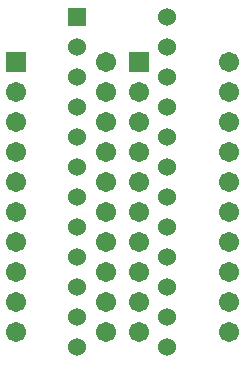
<source format=gbs>
G04*
G04 #@! TF.GenerationSoftware,Altium Limited,Altium Designer,20.2.6 (244)*
G04*
G04 Layer_Color=16711935*
%FSAX24Y24*%
%MOIN*%
G70*
G04*
G04 #@! TF.SameCoordinates,57D1006C-5FB8-4E46-A0DD-9EF21319E2AC*
G04*
G04*
G04 #@! TF.FilePolarity,Negative*
G04*
G01*
G75*
%ADD17C,0.0600*%
%ADD18C,0.0671*%
%ADD19R,0.0671X0.0671*%
%ADD20R,0.0600X0.0600*%
D17*
X228689Y131365D02*
D03*
Y126365D02*
D03*
Y127365D02*
D03*
Y128365D02*
D03*
Y129365D02*
D03*
Y130365D02*
D03*
Y132365D02*
D03*
Y133365D02*
D03*
Y134365D02*
D03*
Y135365D02*
D03*
Y136365D02*
D03*
Y137365D02*
D03*
X225689Y126365D02*
D03*
Y127365D02*
D03*
Y128365D02*
D03*
Y129365D02*
D03*
Y130365D02*
D03*
Y131365D02*
D03*
Y132365D02*
D03*
Y133365D02*
D03*
Y134365D02*
D03*
Y135365D02*
D03*
Y136365D02*
D03*
D18*
X226639Y126865D02*
D03*
Y127865D02*
D03*
Y128865D02*
D03*
Y129865D02*
D03*
Y130865D02*
D03*
Y131865D02*
D03*
Y132865D02*
D03*
Y133865D02*
D03*
Y134865D02*
D03*
Y135865D02*
D03*
X223639Y126865D02*
D03*
Y127865D02*
D03*
Y128865D02*
D03*
Y129865D02*
D03*
Y130865D02*
D03*
Y131865D02*
D03*
Y132865D02*
D03*
Y133865D02*
D03*
Y134865D02*
D03*
X230739Y126865D02*
D03*
Y127865D02*
D03*
Y128865D02*
D03*
Y129865D02*
D03*
Y130865D02*
D03*
Y131865D02*
D03*
Y132865D02*
D03*
Y133865D02*
D03*
Y134865D02*
D03*
Y135865D02*
D03*
X227739Y126865D02*
D03*
Y127865D02*
D03*
Y128865D02*
D03*
Y129865D02*
D03*
Y130865D02*
D03*
Y131865D02*
D03*
Y132865D02*
D03*
Y133865D02*
D03*
Y134865D02*
D03*
D19*
X223639Y135865D02*
D03*
X227739D02*
D03*
D20*
X225689Y137365D02*
D03*
M02*

</source>
